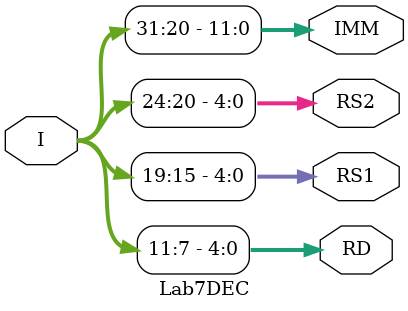
<source format=v>
module Lab7DEC(I,RD,RS1,RS2,IMM);
    input [31:0] I;
    output [4:0] RD,RS1,RS2;
    output [11:0] IMM;

    assign RD = I[11:7];
    assign RS1 = I[19:15];
    assign RS2 = I[24:20];
    assign IMM = I[31:20];
endmodule

</source>
